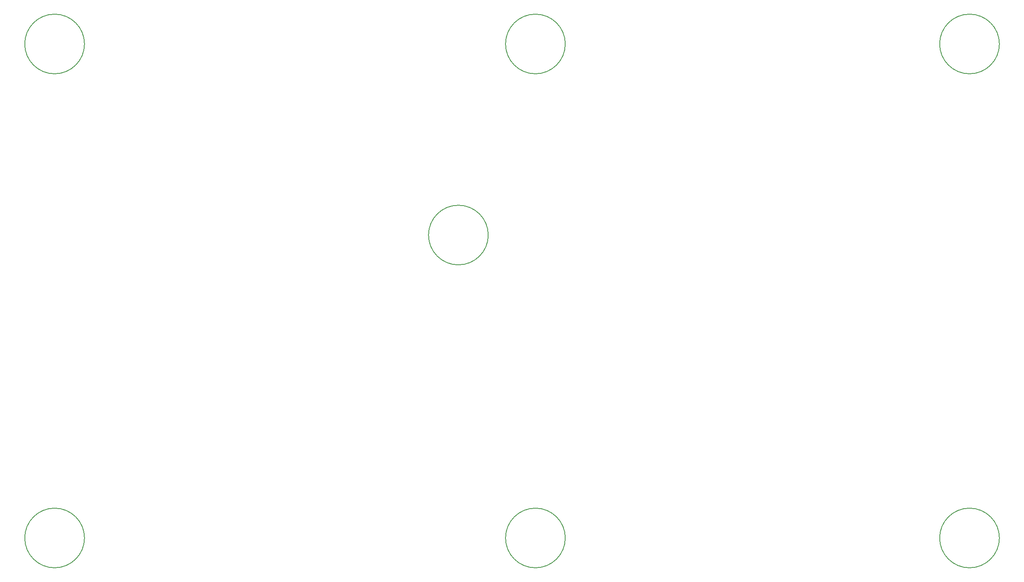
<source format=gbr>
%TF.GenerationSoftware,KiCad,Pcbnew,7.0.6*%
%TF.CreationDate,2024-02-01T15:41:42-05:00*%
%TF.ProjectId,Kolbebox_USB_Passthrough,4b6f6c62-6562-46f7-985f-5553425f5061,rev?*%
%TF.SameCoordinates,Original*%
%TF.FileFunction,Other,Comment*%
%FSLAX46Y46*%
G04 Gerber Fmt 4.6, Leading zero omitted, Abs format (unit mm)*
G04 Created by KiCad (PCBNEW 7.0.6) date 2024-02-01 15:41:42*
%MOMM*%
%LPD*%
G01*
G04 APERTURE LIST*
%ADD10C,0.150000*%
G04 APERTURE END LIST*
D10*
%TO.C,H1*%
X53400000Y-37000000D02*
G75*
G03*
X53400000Y-37000000I-6400000J0D01*
G01*
%TO.C,H4*%
X53400000Y-143000000D02*
G75*
G03*
X53400000Y-143000000I-6400000J0D01*
G01*
%TO.C,H6*%
X249400000Y-143000000D02*
G75*
G03*
X249400000Y-143000000I-6400000J0D01*
G01*
%TO.C,H3*%
X249400000Y-37000000D02*
G75*
G03*
X249400000Y-37000000I-6400000J0D01*
G01*
%TO.C,H2*%
X156400000Y-37000000D02*
G75*
G03*
X156400000Y-37000000I-6400000J0D01*
G01*
%TO.C,H7*%
X139900000Y-78000000D02*
G75*
G03*
X139900000Y-78000000I-6400000J0D01*
G01*
%TO.C,H5*%
X156400000Y-143000000D02*
G75*
G03*
X156400000Y-143000000I-6400000J0D01*
G01*
%TD*%
M02*

</source>
